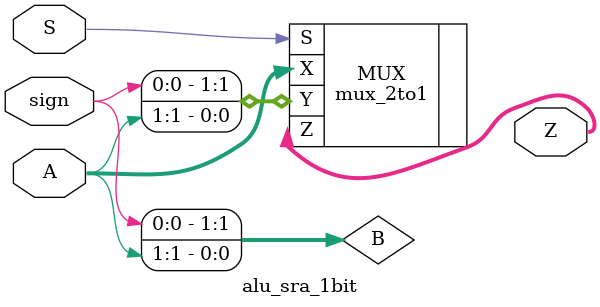
<source format=v>
`timescale 1ns / 1ps
`default_nettype none
module alu_sra_1bit(A, S, Z, sign);

    parameter N = 2;

	//port definitions

	input wire sign;
	input wire [(N-1):0] A;
	input wire S;
    output wire [(N-1):0] Z;
    wire [(N-1):0] B;

    assign B[(N-2):0] = A[N-1:1];
    assign B[(N-1)] = sign;
    
	mux_2to1 #(.N(N)) MUX (.X(A), .Y(B), .S(S), .Z(Z));
endmodule
`default_nettype wire

</source>
